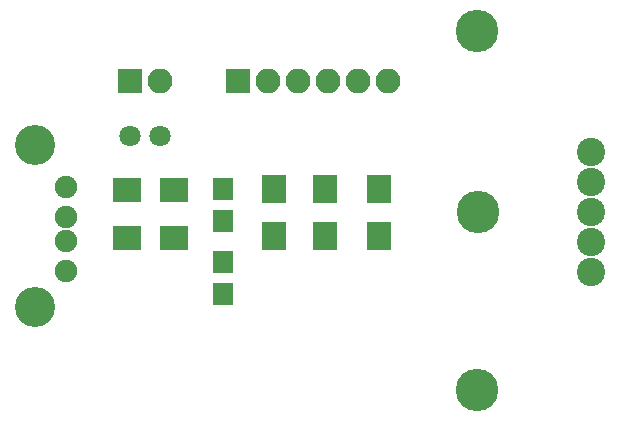
<source format=gts>
G04 #@! TF.FileFunction,Soldermask,Top*
%FSLAX46Y46*%
G04 Gerber Fmt 4.6, Leading zero omitted, Abs format (unit mm)*
G04 Created by KiCad (PCBNEW 4.0.6+dfsg1-1) date Wed May  9 14:27:07 2018*
%MOMM*%
%LPD*%
G01*
G04 APERTURE LIST*
%ADD10C,0.100000*%
%ADD11R,2.000000X2.400000*%
%ADD12R,1.700000X1.900000*%
%ADD13C,1.900000*%
%ADD14C,3.400000*%
%ADD15R,2.400000X2.100000*%
%ADD16C,1.800000*%
%ADD17R,2.100000X2.100000*%
%ADD18O,2.100000X2.100000*%
%ADD19C,2.400000*%
%ADD20C,3.600000*%
G04 APERTURE END LIST*
D10*
D11*
X148844000Y-107220000D03*
X148844000Y-111220000D03*
X153162000Y-107188000D03*
X153162000Y-111188000D03*
X157734000Y-107188000D03*
X157734000Y-111188000D03*
D12*
X144526000Y-109888000D03*
X144526000Y-107188000D03*
D13*
X131257500Y-114171000D03*
X131257500Y-111631000D03*
X131257500Y-109601000D03*
X131257500Y-107061000D03*
D14*
X128587500Y-117221000D03*
X128587500Y-103501000D03*
D15*
X140398000Y-107315000D03*
X136398000Y-107315000D03*
X140398000Y-111379000D03*
X136398000Y-111379000D03*
D12*
X144526000Y-113411000D03*
X144526000Y-116111000D03*
D16*
X136652000Y-102743000D03*
X139192000Y-102743000D03*
D17*
X136652000Y-98044000D03*
D18*
X139192000Y-98044000D03*
D17*
X145796000Y-98044000D03*
D18*
X148336000Y-98044000D03*
X150876000Y-98044000D03*
X153416000Y-98044000D03*
X155956000Y-98044000D03*
X158496000Y-98044000D03*
D19*
X175666400Y-114198400D03*
X175666400Y-111658400D03*
X175666400Y-109118400D03*
X175666400Y-106578400D03*
X175666400Y-104038400D03*
D20*
X166116000Y-109118400D03*
X166065200Y-93800000D03*
X166065200Y-124200000D03*
M02*

</source>
